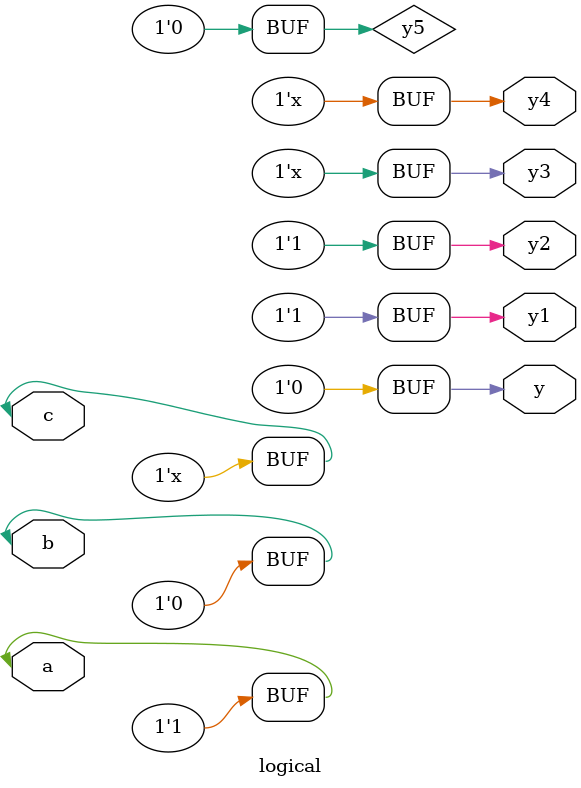
<source format=v>
module logical(
input a,b,c,
output y,y1,y2,y3,y4);
assign a=1;
assign b=0;
assign c=1'bx;
assign y=a&&b;
assign y1=a||b;
assign y2=a||c;
assign y3=a&&c;
assign y4=b||c;
assign y5=b&&c;

endmodule

</source>
